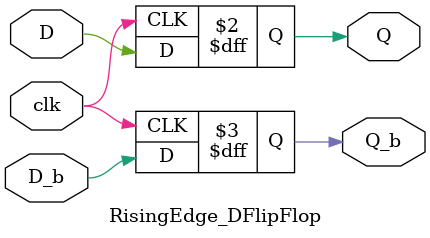
<source format=v>
module RisingEdge_DFlipFlop(D,D_b,clk,Q,Q_b);
input D; // Data input 
input D_b;
input clk; // clock input 
output Q; // output Q 
output Q_b;
always @(posedge clk) 
begin
 Q <= D; 
 Q_b<=D_b;
end 
endmodule 
</source>
